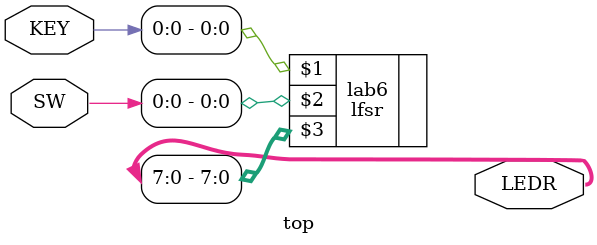
<source format=v>

module top (SW, KEY, LEDR);

    input wire [9:0] SW;        // DE-series switches
    input wire [3:0] KEY;       // DE-series pushbuttons

    output wire [9:0] LEDR;     // DE-series LEDs   

    lfsr lab6 (KEY[0], SW[0], LEDR[7:0]);
 
endmodule


</source>
